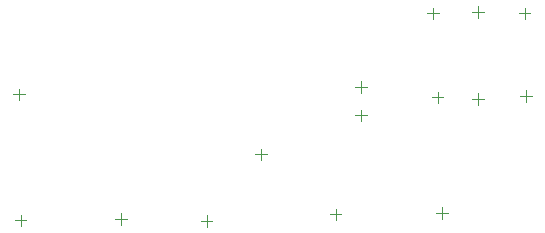
<source format=gbr>
%FSTAX23Y23*%
%MOIN*%
%SFA1B1*%

%IPPOS*%
%ADD43C,0.003937*%
%ADD44C,0.001969*%
%LNmtr_dvr_pcb_top_component_center-1*%
%LPD*%
G54D43*
X0502Y02575D02*
Y02614D01*
X05Y02595D02*
X05039D01*
X04665Y0257D02*
Y02609D01*
X04645Y0259D02*
X04684D01*
X0395Y02555D02*
Y02594D01*
X0393Y02575D02*
X03969D01*
X04235Y02548D02*
Y02588D01*
X04215Y02568D02*
X04254D01*
X04416Y0277D02*
Y02809D01*
X04396Y0279D02*
X04435D01*
X0475Y029D02*
Y02939D01*
X0473Y0292D02*
X04769D01*
X0475Y02995D02*
Y03034D01*
X0473Y03015D02*
X04769D01*
X0514Y03245D02*
Y03284D01*
X0512Y03265D02*
X05159D01*
X0499Y0324D02*
Y03279D01*
X0497Y0326D02*
X05009D01*
X0514Y02955D02*
Y02994D01*
X0512Y02975D02*
X05159D01*
X05005Y0296D02*
Y02999D01*
X04985Y0298D02*
X05024D01*
G54D44*
X03615Y0255D02*
Y02589D01*
X03595Y0257D02*
X03634D01*
X05295Y0324D02*
Y03279D01*
X05275Y0326D02*
X05314D01*
X0359Y0299D02*
X03629D01*
X0361Y0297D02*
Y03009D01*
X053Y02965D02*
Y03004D01*
X0528Y02985D02*
X05319D01*
M02*
</source>
